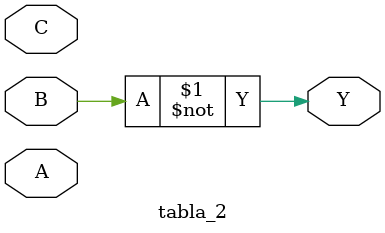
<source format=v>
module tabla_2(input wire A,B,C, output wire Y);

  assign Y = ~B;
              
endmodule



</source>
